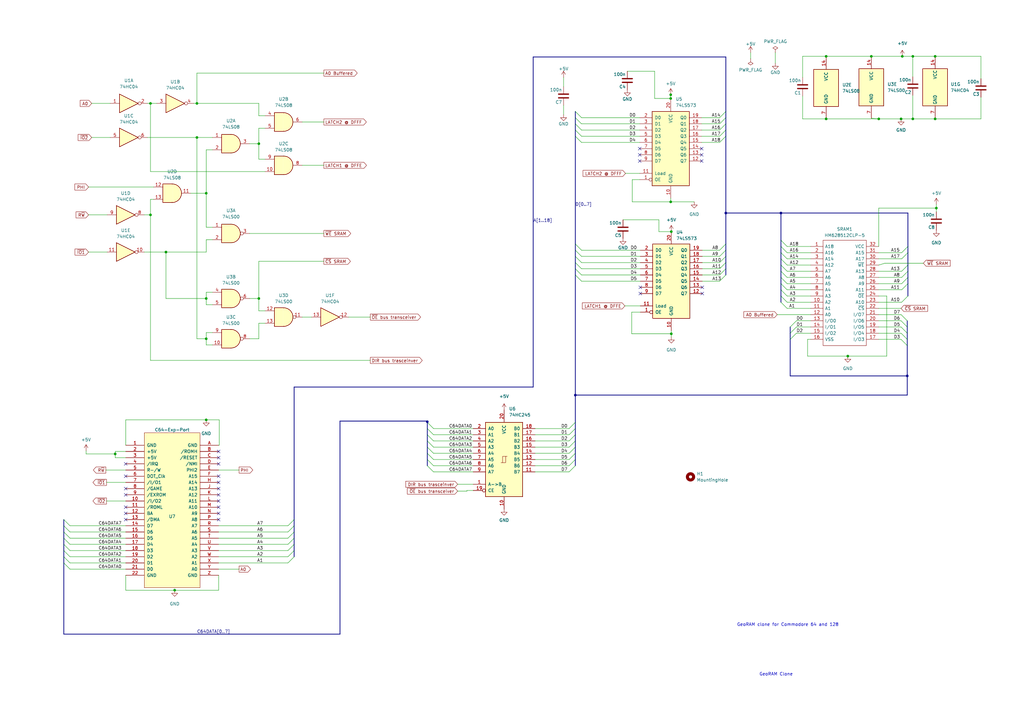
<source format=kicad_sch>
(kicad_sch (version 20211123) (generator eeschema)
  (paper "A3")
  (title_block (title "GEORAM Clone") (date "2023-01-09") (rev "0") (company "Home Computer Group"))
  (junction (at 383.54 48.768))
  (junction (at 275.082 82.804))
  (junction (at 61.722 88.138))
  (junction (at 71.628 242.062))
  (junction (at 370.078 23.114))
  (junction (at 84.582 122.428))
  (junction (at 106.172 58.928))
  (junction (at 383.54 23.114))
  (junction (at 84.582 138.938))
  (junction (at 61.722 42.418))
  (junction (at 357.378 23.114))
  (junction (at 275.082 38.862))
  (junction (at 372.11 154.178))
  (junction (at 384.048 85.344))
  (junction (at 347.726 146.05))
  (junction (at 80.772 56.388))
  (junction (at 275.336 94.996))
  (junction (at 374.396 48.768))
  (junction (at 369.57 48.768))
  (junction (at 84.582 79.248))
  (junction (at 68.072 103.378))
  (junction (at 47.244 186.182))
  (junction (at 338.836 48.768))
  (junction (at 106.172 122.428))
  (junction (at 235.966 162.052))
  (junction (at 275.336 136.906))
  (junction (at 297.688 87.376))
  (junction (at 275.082 40.386))
  (junction (at 360.426 48.768))
  (junction (at 80.772 42.418))
  (junction (at 175.26 172.974))
  (junction (at 338.836 23.114))
  (junction (at 374.396 23.114))
  (junction (at 84.582 172.212))
  (junction (at 320.294 87.376))
  (no_connect (at 51.562 202.946))
  (no_connect (at 51.562 200.406))
  (no_connect (at 51.562 195.326))
  (no_connect (at 51.562 190.246))
  (no_connect (at 89.662 187.706))
  (no_connect (at 89.662 190.246))
  (no_connect (at 89.662 185.166))
  (no_connect (at 51.562 210.566))
  (no_connect (at 51.562 213.106))
  (no_connect (at 51.562 208.026))
  (no_connect (at 262.636 120.396))
  (no_connect (at 262.636 117.856))
  (no_connect (at 262.382 60.96))
  (no_connect (at 262.382 66.04))
  (no_connect (at 262.382 63.5))
  (no_connect (at 287.782 60.96))
  (no_connect (at 287.782 63.5))
  (no_connect (at 287.782 66.04))
  (no_connect (at 288.036 117.856))
  (no_connect (at 288.036 120.396))
  (no_connect (at 89.662 213.106))
  (no_connect (at 89.662 200.406))
  (no_connect (at 89.662 197.866))
  (no_connect (at 89.662 195.326))
  (no_connect (at 89.662 202.946))
  (no_connect (at 89.662 205.486))
  (no_connect (at 89.662 208.026))
  (no_connect (at 89.662 210.566))
  (bus_entry (at 233.426 183.388) (size 2.54 -2.54))
  (bus_entry (at 233.426 185.928) (size 2.54 -2.54))
  (bus_entry (at 233.426 178.308) (size 2.54 -2.54))
  (bus_entry (at 233.426 180.848) (size 2.54 -2.54))
  (bus_entry (at 233.426 175.768) (size 2.54 -2.54))
  (bus_entry (at 233.426 191.008) (size 2.54 -2.54))
  (bus_entry (at 233.426 188.468) (size 2.54 -2.54))
  (bus_entry (at 233.426 193.548) (size 2.54 -2.54))
  (bus_entry (at 235.966 112.776) (size 2.54 2.54))
  (bus_entry (at 26.162 213.106) (size 2.54 2.54))
  (bus_entry (at 295.148 50.8) (size 2.54 -2.54))
  (bus_entry (at 295.148 53.34) (size 2.54 -2.54))
  (bus_entry (at 295.148 55.88) (size 2.54 -2.54))
  (bus_entry (at 295.148 58.42) (size 2.54 -2.54))
  (bus_entry (at 295.148 48.26) (size 2.54 -2.54))
  (bus_entry (at 369.824 123.952) (size 2.54 -2.54))
  (bus_entry (at 235.966 100.076) (size 2.54 2.54))
  (bus_entry (at 235.966 102.616) (size 2.54 2.54))
  (bus_entry (at 235.966 107.696) (size 2.54 2.54))
  (bus_entry (at 235.966 105.156) (size 2.54 2.54))
  (bus_entry (at 235.966 110.236) (size 2.54 2.54))
  (bus_entry (at 118.11 218.186) (size 2.54 -2.54))
  (bus_entry (at 118.11 215.646) (size 2.54 -2.54))
  (bus_entry (at 118.11 220.726) (size 2.54 -2.54))
  (bus_entry (at 118.11 223.266) (size 2.54 -2.54))
  (bus_entry (at 118.11 230.886) (size 2.54 -2.54))
  (bus_entry (at 118.11 228.346) (size 2.54 -2.54))
  (bus_entry (at 118.11 225.806) (size 2.54 -2.54))
  (bus_entry (at 326.644 134.112) (size -2.54 2.54))
  (bus_entry (at 26.162 220.726) (size 2.54 2.54))
  (bus_entry (at 26.162 223.266) (size 2.54 2.54))
  (bus_entry (at 26.162 225.806) (size 2.54 2.54))
  (bus_entry (at 26.162 228.346) (size 2.54 2.54))
  (bus_entry (at 26.162 215.646) (size 2.54 2.54))
  (bus_entry (at 26.162 230.886) (size 2.54 2.54))
  (bus_entry (at 26.162 218.186) (size 2.54 2.54))
  (bus_entry (at 175.26 175.768) (size 2.54 2.54))
  (bus_entry (at 175.26 178.308) (size 2.54 2.54))
  (bus_entry (at 175.26 173.228) (size 2.54 2.54))
  (bus_entry (at 369.57 129.032) (size 2.54 2.54))
  (bus_entry (at 235.966 45.72) (size 2.54 2.54))
  (bus_entry (at 235.966 48.26) (size 2.54 2.54))
  (bus_entry (at 369.57 139.192) (size 2.54 2.54))
  (bus_entry (at 369.57 136.652) (size 2.54 2.54))
  (bus_entry (at 369.57 134.112) (size 2.54 2.54))
  (bus_entry (at 369.824 118.872) (size 2.54 -2.54))
  (bus_entry (at 369.824 116.332) (size 2.54 -2.54))
  (bus_entry (at 369.824 113.792) (size 2.54 -2.54))
  (bus_entry (at 369.824 103.632) (size 2.54 -2.54))
  (bus_entry (at 369.824 106.172) (size 2.54 -2.54))
  (bus_entry (at 320.294 101.092) (size 2.54 2.54))
  (bus_entry (at 320.294 103.632) (size 2.54 2.54))
  (bus_entry (at 320.294 98.552) (size 2.54 2.54))
  (bus_entry (at 320.294 106.172) (size 2.54 2.54))
  (bus_entry (at 320.294 123.952) (size 2.54 2.54))
  (bus_entry (at 320.294 116.332) (size 2.54 2.54))
  (bus_entry (at 320.294 118.872) (size 2.54 2.54))
  (bus_entry (at 320.294 121.412) (size 2.54 2.54))
  (bus_entry (at 320.294 108.712) (size 2.54 2.54))
  (bus_entry (at 320.294 111.252) (size 2.54 2.54))
  (bus_entry (at 320.294 113.792) (size 2.54 2.54))
  (bus_entry (at 326.644 136.652) (size -2.54 2.54))
  (bus_entry (at 235.966 55.88) (size 2.54 2.54))
  (bus_entry (at 295.148 102.616) (size 2.54 -2.54))
  (bus_entry (at 295.148 105.156) (size 2.54 -2.54))
  (bus_entry (at 295.148 107.696) (size 2.54 -2.54))
  (bus_entry (at 295.148 110.236) (size 2.54 -2.54))
  (bus_entry (at 295.148 112.776) (size 2.54 -2.54))
  (bus_entry (at 295.148 115.316) (size 2.54 -2.54))
  (bus_entry (at 326.644 131.572) (size -2.54 2.54))
  (bus_entry (at 369.57 131.572) (size 2.54 2.54))
  (bus_entry (at 235.966 53.34) (size 2.54 2.54))
  (bus_entry (at 235.966 50.8) (size 2.54 2.54))
  (bus_entry (at 369.824 111.252) (size 2.54 -2.54))
  (bus_entry (at 175.26 180.848) (size 2.54 2.54))
  (bus_entry (at 175.26 183.388) (size 2.54 2.54))
  (bus_entry (at 175.26 185.928) (size 2.54 2.54))
  (bus_entry (at 175.26 188.468) (size 2.54 2.54))
  (bus_entry (at 175.26 191.008) (size 2.54 2.54))
  (wire (pts (xy 268.478 40.386) (xy 275.082 40.386)))
  (wire (pts (xy 360.426 121.412) (xy 363.728 121.412)))
  (wire (pts (xy 326.644 136.652) (xy 332.486 136.652)))
  (wire (pts (xy 28.702 233.426) (xy 51.562 233.426)))
  (wire (pts (xy 108.712 70.358) (xy 61.722 70.358)))
  (bus (pts (xy 320.294 87.376) (xy 372.364 87.376)))
  (bus (pts (xy 320.294 87.376) (xy 320.294 98.552)))
  (wire (pts (xy 89.662 218.186) (xy 118.11 218.186)))
  (bus (pts (xy 297.688 55.88) (xy 297.688 87.376)))
  (wire (pts (xy 37.592 42.418) (xy 45.212 42.418)))
  (wire (pts (xy 43.688 197.866) (xy 51.562 197.866)))
  (wire (pts (xy 84.582 138.938) (xy 84.582 141.478)))
  (wire (pts (xy 89.916 182.626) (xy 89.662 182.626)))
  (wire (pts (xy 47.244 187.706) (xy 51.562 187.706)))
  (wire (pts (xy 360.426 48.768) (xy 369.57 48.768)))
  (wire (pts (xy 347.726 146.05) (xy 331.216 146.05)))
  (wire (pts (xy 384.048 85.344) (xy 360.426 85.344)))
  (wire (pts (xy 28.702 223.266) (xy 51.562 223.266)))
  (bus (pts (xy 120.65 228.346) (xy 120.65 225.806)))
  (wire (pts (xy 51.562 242.062) (xy 71.628 242.062)))
  (wire (pts (xy 374.396 39.116) (xy 374.396 48.768)))
  (wire (pts (xy 338.836 48.768) (xy 360.426 48.768)))
  (wire (pts (xy 47.244 185.166) (xy 47.244 186.182)))
  (wire (pts (xy 89.662 233.426) (xy 98.044 233.426)))
  (bus (pts (xy 175.26 172.974) (xy 175.26 172.72)))
  (wire (pts (xy 363.728 146.05) (xy 347.726 146.05)))
  (wire (pts (xy 329.184 23.114) (xy 329.184 31.75)))
  (bus (pts (xy 175.26 172.72) (xy 139.446 172.72)))
  (wire (pts (xy 238.506 115.316) (xy 262.636 115.316)))
  (bus (pts (xy 297.688 48.26) (xy 297.688 50.8)))
  (wire (pts (xy 219.456 180.848) (xy 233.426 180.848)))
  (wire (pts (xy 370.078 23.114) (xy 374.396 23.114)))
  (wire (pts (xy 322.834 106.172) (xy 332.486 106.172)))
  (wire (pts (xy 71.628 242.062) (xy 89.662 242.062)))
  (bus (pts (xy 320.294 121.412) (xy 320.294 123.952)))
  (bus (pts (xy 235.966 107.696) (xy 235.966 110.236)))
  (wire (pts (xy 35.306 184.912) (xy 35.306 186.182)))
  (bus (pts (xy 175.26 180.848) (xy 175.26 178.308)))
  (wire (pts (xy 275.336 94.742) (xy 275.336 94.996)))
  (bus (pts (xy 297.688 50.8) (xy 297.688 53.34)))
  (wire (pts (xy 51.562 182.626) (xy 51.562 172.212)))
  (wire (pts (xy 238.506 105.156) (xy 262.636 105.156)))
  (wire (pts (xy 36.322 76.708) (xy 62.992 76.708)))
  (wire (pts (xy 322.834 123.952) (xy 332.486 123.952)))
  (wire (pts (xy 106.172 138.938) (xy 102.362 138.938)))
  (wire (pts (xy 177.8 178.308) (xy 194.056 178.308)))
  (bus (pts (xy 26.162 213.106) (xy 26.162 215.646)))
  (bus (pts (xy 235.966 183.388) (xy 235.966 185.928)))
  (bus (pts (xy 235.966 45.72) (xy 235.966 48.26)))
  (wire (pts (xy 238.506 112.776) (xy 262.636 112.776)))
  (bus (pts (xy 320.294 106.172) (xy 320.294 108.712)))
  (wire (pts (xy 177.8 193.548) (xy 194.056 193.548)))
  (wire (pts (xy 61.722 70.358) (xy 61.722 42.418)))
  (wire (pts (xy 102.362 58.928) (xy 106.172 58.928)))
  (bus (pts (xy 372.11 136.652) (xy 372.11 139.192)))
  (wire (pts (xy 106.172 58.928) (xy 106.172 65.278)))
  (bus (pts (xy 235.966 100.076) (xy 235.966 102.616)))
  (wire (pts (xy 89.662 223.266) (xy 118.11 223.266)))
  (bus (pts (xy 175.26 173.228) (xy 175.26 172.974)))
  (bus (pts (xy 320.294 98.552) (xy 320.294 101.092)))
  (wire (pts (xy 360.426 134.112) (xy 369.57 134.112)))
  (bus (pts (xy 175.26 188.468) (xy 175.26 185.928)))
  (bus (pts (xy 320.294 103.632) (xy 320.294 106.172)))
  (wire (pts (xy 275.082 81.28) (xy 275.082 82.804)))
  (bus (pts (xy 297.688 53.34) (xy 297.688 55.88)))
  (wire (pts (xy 28.702 228.346) (xy 51.562 228.346)))
  (bus (pts (xy 120.65 218.186) (xy 120.65 215.646)))
  (bus (pts (xy 26.162 220.726) (xy 26.162 223.266)))
  (wire (pts (xy 360.426 113.792) (xy 369.824 113.792)))
  (wire (pts (xy 187.706 198.628) (xy 194.056 198.628)))
  (wire (pts (xy 231.14 43.18) (xy 231.14 46.99)))
  (bus (pts (xy 372.364 116.332) (xy 372.364 113.792)))
  (wire (pts (xy 374.396 23.114) (xy 383.54 23.114)))
  (bus (pts (xy 139.446 260.096) (xy 26.162 260.096)))
  (wire (pts (xy 259.08 128.016) (xy 259.08 136.906)))
  (wire (pts (xy 36.322 88.138) (xy 43.942 88.138)))
  (wire (pts (xy 322.834 108.712) (xy 332.486 108.712)))
  (bus (pts (xy 26.162 225.806) (xy 26.162 228.346)))
  (wire (pts (xy 238.506 50.8) (xy 262.382 50.8)))
  (wire (pts (xy 231.14 31.75) (xy 231.14 35.56)))
  (wire (pts (xy 219.456 178.308) (xy 233.426 178.308)))
  (wire (pts (xy 275.082 82.804) (xy 284.734 82.804)))
  (bus (pts (xy 235.966 50.8) (xy 235.966 53.34)))
  (wire (pts (xy 123.952 67.818) (xy 132.842 67.818)))
  (wire (pts (xy 374.396 48.768) (xy 383.54 48.768)))
  (bus (pts (xy 26.162 215.646) (xy 26.162 218.186)))
  (wire (pts (xy 287.782 53.34) (xy 295.148 53.34)))
  (wire (pts (xy 187.706 201.422) (xy 191.516 201.422)))
  (wire (pts (xy 84.582 119.888) (xy 84.582 122.428)))
  (wire (pts (xy 177.8 188.468) (xy 194.056 188.468)))
  (wire (pts (xy 322.834 111.252) (xy 332.486 111.252)))
  (wire (pts (xy 238.506 58.42) (xy 262.382 58.42)))
  (bus (pts (xy 235.966 173.228) (xy 235.966 175.768)))
  (wire (pts (xy 288.036 102.616) (xy 295.148 102.616)))
  (wire (pts (xy 28.702 215.646) (xy 51.562 215.646)))
  (wire (pts (xy 238.506 107.696) (xy 262.636 107.696)))
  (wire (pts (xy 288.036 110.236) (xy 295.148 110.236)))
  (wire (pts (xy 68.072 103.378) (xy 84.582 103.378)))
  (bus (pts (xy 235.966 48.26) (xy 235.966 50.8)))
  (wire (pts (xy 60.452 56.388) (xy 80.772 56.388)))
  (wire (pts (xy 270.256 90.17) (xy 270.256 94.996)))
  (wire (pts (xy 256.286 125.476) (xy 262.636 125.476)))
  (wire (pts (xy 219.456 193.548) (xy 233.426 193.548)))
  (wire (pts (xy 80.772 138.938) (xy 84.582 138.938)))
  (wire (pts (xy 322.834 118.872) (xy 332.486 118.872)))
  (wire (pts (xy 307.848 21.59) (xy 307.848 24.13)))
  (wire (pts (xy 89.662 220.726) (xy 118.11 220.726)))
  (wire (pts (xy 360.426 131.572) (xy 369.57 131.572)))
  (wire (pts (xy 219.456 185.928) (xy 233.426 185.928)))
  (wire (pts (xy 329.184 39.37) (xy 329.184 48.768)))
  (wire (pts (xy 259.334 82.804) (xy 275.082 82.804)))
  (wire (pts (xy 62.992 81.788) (xy 61.722 81.788)))
  (wire (pts (xy 338.836 23.114) (xy 338.836 23.368)))
  (wire (pts (xy 177.8 185.928) (xy 194.056 185.928)))
  (wire (pts (xy 257.302 29.21) (xy 268.478 29.21)))
  (bus (pts (xy 297.688 105.156) (xy 297.688 107.696)))
  (bus (pts (xy 320.294 116.332) (xy 320.294 118.872)))
  (wire (pts (xy 87.122 61.468) (xy 84.582 61.468)))
  (bus (pts (xy 372.364 103.632) (xy 372.364 101.092)))
  (wire (pts (xy 68.072 122.428) (xy 84.582 122.428)))
  (wire (pts (xy 123.952 130.048) (xy 127.762 130.048)))
  (bus (pts (xy 372.364 111.252) (xy 372.364 108.712)))
  (wire (pts (xy 80.772 56.388) (xy 80.772 138.938)))
  (bus (pts (xy 297.688 23.368) (xy 297.688 45.72)))
  (wire (pts (xy 191.516 201.422) (xy 191.516 201.168)))
  (wire (pts (xy 287.782 58.42) (xy 295.148 58.42)))
  (wire (pts (xy 287.782 48.26) (xy 295.148 48.26)))
  (wire (pts (xy 28.702 225.806) (xy 51.562 225.806)))
  (bus (pts (xy 235.966 102.616) (xy 235.966 105.156)))
  (bus (pts (xy 372.11 134.112) (xy 372.11 136.652)))
  (wire (pts (xy 89.662 230.886) (xy 118.11 230.886)))
  (wire (pts (xy 238.506 48.26) (xy 262.382 48.26)))
  (bus (pts (xy 297.688 107.696) (xy 297.688 110.236)))
  (wire (pts (xy 123.952 50.038) (xy 132.842 50.038)))
  (wire (pts (xy 360.426 123.952) (xy 369.824 123.952)))
  (wire (pts (xy 322.834 113.792) (xy 332.486 113.792)))
  (wire (pts (xy 60.452 42.418) (xy 61.722 42.418)))
  (wire (pts (xy 274.828 38.862) (xy 275.082 38.862)))
  (wire (pts (xy 43.434 192.786) (xy 51.562 192.786)))
  (bus (pts (xy 175.26 183.388) (xy 175.26 180.848)))
  (bus (pts (xy 372.364 121.412) (xy 372.364 116.332)))
  (wire (pts (xy 108.712 52.578) (xy 106.172 52.578)))
  (wire (pts (xy 326.644 134.112) (xy 332.486 134.112)))
  (bus (pts (xy 235.966 53.34) (xy 235.966 55.88)))
  (wire (pts (xy 360.426 129.032) (xy 369.57 129.032)))
  (wire (pts (xy 360.426 139.192) (xy 369.57 139.192)))
  (bus (pts (xy 324.104 154.178) (xy 372.11 154.178)))
  (wire (pts (xy 61.722 81.788) (xy 61.722 88.138)))
  (wire (pts (xy 384.048 83.82) (xy 384.048 85.344)))
  (bus (pts (xy 372.11 162.052) (xy 235.966 162.052)))
  (bus (pts (xy 235.966 188.468) (xy 235.966 191.008)))
  (wire (pts (xy 80.772 56.388) (xy 87.122 56.388)))
  (wire (pts (xy 357.378 48.514) (xy 360.426 48.768)))
  (bus (pts (xy 320.294 111.252) (xy 320.294 113.792)))
  (bus (pts (xy 372.364 108.712) (xy 372.364 103.632)))
  (wire (pts (xy 360.426 85.344) (xy 360.426 101.092)))
  (bus (pts (xy 372.11 131.572) (xy 372.11 134.112)))
  (wire (pts (xy 106.172 65.278) (xy 108.712 65.278)))
  (wire (pts (xy 275.336 135.636) (xy 275.336 136.906)))
  (wire (pts (xy 177.8 191.008) (xy 194.056 191.008)))
  (wire (pts (xy 80.772 29.972) (xy 80.772 42.418)))
  (wire (pts (xy 84.582 141.478) (xy 87.122 141.478)))
  (wire (pts (xy 287.782 55.88) (xy 295.148 55.88)))
  (wire (pts (xy 28.702 230.886) (xy 51.562 230.886)))
  (wire (pts (xy 331.216 146.05) (xy 331.216 139.192)))
  (wire (pts (xy 362.966 107.95) (xy 360.426 108.712)))
  (wire (pts (xy 106.172 42.418) (xy 80.772 42.418)))
  (wire (pts (xy 360.426 111.252) (xy 369.824 111.252)))
  (bus (pts (xy 297.688 45.72) (xy 297.688 48.26)))
  (wire (pts (xy 360.426 136.652) (xy 369.57 136.652)))
  (wire (pts (xy 61.722 88.138) (xy 61.722 147.828)))
  (wire (pts (xy 84.582 93.218) (xy 84.582 79.248)))
  (wire (pts (xy 383.54 48.768) (xy 383.54 48.514)))
  (bus (pts (xy 297.688 110.236) (xy 297.688 112.776)))
  (wire (pts (xy 362.966 107.95) (xy 378.714 107.95)))
  (bus (pts (xy 372.11 141.732) (xy 372.11 154.178)))
  (bus (pts (xy 235.966 112.776) (xy 235.966 162.052)))
  (wire (pts (xy 106.172 122.428) (xy 106.172 127.508)))
  (wire (pts (xy 360.426 118.872) (xy 369.824 118.872)))
  (wire (pts (xy 61.722 42.418) (xy 64.262 42.418)))
  (wire (pts (xy 318.77 129.032) (xy 332.486 129.032)))
  (wire (pts (xy 357.378 23.114) (xy 370.078 23.114)))
  (wire (pts (xy 87.122 136.398) (xy 84.582 136.398)))
  (wire (pts (xy 89.662 225.806) (xy 118.11 225.806)))
  (bus (pts (xy 320.294 108.712) (xy 320.294 111.252)))
  (bus (pts (xy 218.694 23.368) (xy 297.688 23.368)))
  (wire (pts (xy 402.336 23.114) (xy 383.54 23.114)))
  (bus (pts (xy 120.65 158.75) (xy 218.694 158.75)))
  (wire (pts (xy 84.582 172.212) (xy 89.916 172.212)))
  (wire (pts (xy 268.478 29.21) (xy 268.478 40.386)))
  (wire (pts (xy 132.842 29.972) (xy 80.772 29.972)))
  (bus (pts (xy 297.688 100.076) (xy 297.688 102.616)))
  (wire (pts (xy 256.54 71.12) (xy 262.382 71.12)))
  (wire (pts (xy 275.082 40.386) (xy 275.082 40.64)))
  (bus (pts (xy 297.688 87.376) (xy 297.688 100.076)))
  (wire (pts (xy 322.834 126.492) (xy 332.486 126.492)))
  (bus (pts (xy 120.65 215.646) (xy 120.65 213.106)))
  (wire (pts (xy 262.382 73.66) (xy 259.334 73.66)))
  (wire (pts (xy 262.636 128.016) (xy 259.08 128.016)))
  (wire (pts (xy 102.362 122.428) (xy 106.172 122.428)))
  (wire (pts (xy 108.712 132.588) (xy 106.172 132.588)))
  (bus (pts (xy 372.11 139.192) (xy 372.11 141.732)))
  (bus (pts (xy 235.966 180.848) (xy 235.966 183.388)))
  (wire (pts (xy 143.002 130.048) (xy 151.892 130.048)))
  (bus (pts (xy 26.162 223.266) (xy 26.162 225.806)))
  (wire (pts (xy 275.336 136.906) (xy 275.336 138.176)))
  (wire (pts (xy 402.336 48.768) (xy 402.336 39.878)))
  (bus (pts (xy 320.294 113.792) (xy 320.294 116.332)))
  (bus (pts (xy 218.694 158.75) (xy 218.694 23.368)))
  (wire (pts (xy 360.426 116.332) (xy 369.824 116.332)))
  (wire (pts (xy 255.524 90.17) (xy 270.256 90.17)))
  (bus (pts (xy 235.966 178.308) (xy 235.966 180.848)))
  (wire (pts (xy 84.582 122.428) (xy 84.582 124.968)))
  (wire (pts (xy 177.8 183.388) (xy 194.056 183.388)))
  (bus (pts (xy 235.966 55.88) (xy 235.966 100.076)))
  (wire (pts (xy 259.08 136.906) (xy 275.336 136.906)))
  (wire (pts (xy 219.456 191.008) (xy 233.426 191.008)))
  (wire (pts (xy 191.516 201.168) (xy 194.056 201.168)))
  (wire (pts (xy 259.334 73.66) (xy 259.334 82.804)))
  (wire (pts (xy 238.506 110.236) (xy 262.636 110.236)))
  (wire (pts (xy 270.256 94.996) (xy 275.336 94.996)))
  (wire (pts (xy 106.172 132.588) (xy 106.172 138.938)))
  (wire (pts (xy 322.834 116.332) (xy 332.486 116.332)))
  (wire (pts (xy 108.712 47.498) (xy 106.172 47.498)))
  (bus (pts (xy 235.966 105.156) (xy 235.966 107.696)))
  (wire (pts (xy 369.57 48.768) (xy 374.396 48.768)))
  (wire (pts (xy 87.122 93.218) (xy 84.582 93.218)))
  (bus (pts (xy 139.446 172.72) (xy 139.446 260.096)))
  (wire (pts (xy 51.562 235.966) (xy 51.562 242.062)))
  (wire (pts (xy 383.54 48.768) (xy 402.336 48.768)))
  (wire (pts (xy 84.582 103.378) (xy 84.582 98.298)))
  (wire (pts (xy 84.582 136.398) (xy 84.582 138.938)))
  (bus (pts (xy 372.364 113.792) (xy 372.364 111.252)))
  (wire (pts (xy 43.688 205.486) (xy 51.562 205.486)))
  (bus (pts (xy 235.966 110.236) (xy 235.966 112.776)))
  (wire (pts (xy 106.172 127.508) (xy 108.712 127.508)))
  (bus (pts (xy 175.26 188.468) (xy 175.26 191.008)))
  (wire (pts (xy 329.184 23.114) (xy 338.836 23.114)))
  (bus (pts (xy 120.65 225.806) (xy 120.65 223.266)))
  (wire (pts (xy 106.172 47.498) (xy 106.172 42.418)))
  (bus (pts (xy 297.688 102.616) (xy 297.688 105.156)))
  (wire (pts (xy 360.426 103.632) (xy 369.824 103.632)))
  (wire (pts (xy 89.662 192.786) (xy 98.044 192.786)))
  (wire (pts (xy 363.728 121.412) (xy 363.728 146.05)))
  (wire (pts (xy 384.048 85.344) (xy 384.048 86.868)))
  (wire (pts (xy 102.362 95.758) (xy 132.842 95.758)))
  (bus (pts (xy 297.688 87.376) (xy 320.294 87.376)))
  (wire (pts (xy 61.722 88.138) (xy 59.182 88.138)))
  (bus (pts (xy 26.162 228.346) (xy 26.162 230.886)))
  (wire (pts (xy 47.244 186.182) (xy 47.244 187.706)))
  (wire (pts (xy 89.662 228.346) (xy 118.11 228.346)))
  (wire (pts (xy 84.582 98.298) (xy 87.122 98.298)))
  (bus (pts (xy 324.104 139.192) (xy 324.104 154.178)))
  (wire (pts (xy 51.562 172.212) (xy 84.582 172.212)))
  (bus (pts (xy 235.966 162.052) (xy 235.966 173.228)))
  (wire (pts (xy 322.834 121.412) (xy 332.486 121.412)))
  (wire (pts (xy 402.336 32.258) (xy 402.336 23.114)))
  (wire (pts (xy 28.702 220.726) (xy 51.562 220.726)))
  (bus (pts (xy 324.104 134.112) (xy 324.104 136.652)))
  (wire (pts (xy 238.506 55.88) (xy 262.382 55.88)))
  (bus (pts (xy 26.162 230.886) (xy 26.162 260.096)))
  (wire (pts (xy 89.916 172.212) (xy 89.916 182.626)))
  (bus (pts (xy 120.65 158.75) (xy 120.65 213.106)))
  (wire (pts (xy 360.426 126.492) (xy 369.57 126.492)))
  (wire (pts (xy 51.562 185.166) (xy 47.244 185.166)))
  (wire (pts (xy 61.722 147.828) (xy 151.892 147.828)))
  (wire (pts (xy 275.082 38.862) (xy 275.082 40.386)))
  (wire (pts (xy 68.072 122.428) (xy 68.072 103.378)))
  (wire (pts (xy 322.834 103.632) (xy 332.486 103.632)))
  (bus (pts (xy 324.104 136.652) (xy 324.104 139.192)))
  (wire (pts (xy 106.172 122.428) (xy 106.172 107.188)))
  (wire (pts (xy 28.702 218.186) (xy 51.562 218.186)))
  (wire (pts (xy 177.8 175.768) (xy 194.056 175.768)))
  (wire (pts (xy 322.834 101.092) (xy 332.486 101.092)))
  (bus (pts (xy 175.26 185.928) (xy 175.26 183.388)))
  (wire (pts (xy 84.582 124.968) (xy 87.122 124.968)))
  (wire (pts (xy 80.772 42.418) (xy 79.502 42.418)))
  (wire (pts (xy 177.8 180.848) (xy 194.056 180.848)))
  (wire (pts (xy 219.456 183.388) (xy 233.426 183.388)))
  (bus (pts (xy 320.294 101.092) (xy 320.294 103.632)))
  (wire (pts (xy 219.456 175.768) (xy 233.426 175.768)))
  (bus (pts (xy 235.966 175.768) (xy 235.966 178.308)))
  (bus (pts (xy 235.966 185.928) (xy 235.966 188.468)))
  (wire (pts (xy 238.506 53.34) (xy 262.382 53.34)))
  (bus (pts (xy 120.65 220.726) (xy 120.65 218.186)))
  (bus (pts (xy 175.26 178.308) (xy 175.26 175.768)))
  (wire (pts (xy 84.582 79.248) (xy 78.232 79.248)))
  (wire (pts (xy 219.456 188.468) (xy 233.426 188.468)))
  (wire (pts (xy 329.184 48.768) (xy 338.836 48.768)))
  (wire (pts (xy 332.486 139.192) (xy 331.216 139.192)))
  (wire (pts (xy 106.172 107.188) (xy 132.842 107.188)))
  (wire (pts (xy 288.036 115.316) (xy 295.148 115.316)))
  (wire (pts (xy 106.172 52.578) (xy 106.172 58.928)))
  (wire (pts (xy 338.836 23.114) (xy 357.378 23.114)))
  (wire (pts (xy 238.506 102.616) (xy 262.636 102.616)))
  (wire (pts (xy 59.182 103.378) (xy 68.072 103.378)))
  (wire (pts (xy 360.426 106.172) (xy 369.824 106.172)))
  (wire (pts (xy 318.008 21.59) (xy 318.008 25.908)))
  (wire (pts (xy 89.662 242.062) (xy 89.662 235.966)))
  (wire (pts (xy 37.592 56.388) (xy 45.212 56.388)))
  (bus (pts (xy 372.364 101.092) (xy 372.364 87.376)))
  (wire (pts (xy 374.396 23.114) (xy 374.396 31.496)))
  (wire (pts (xy 288.036 105.156) (xy 295.148 105.156)))
  (bus (pts (xy 26.162 218.186) (xy 26.162 220.726)))
  (wire (pts (xy 288.036 107.696) (xy 295.148 107.696)))
  (wire (pts (xy 36.322 103.378) (xy 43.942 103.378)))
  (wire (pts (xy 87.122 119.888) (xy 84.582 119.888)))
  (bus (pts (xy 175.26 175.768) (xy 175.26 173.228)))
  (wire (pts (xy 35.306 186.182) (xy 47.244 186.182)))
  (bus (pts (xy 372.11 154.178) (xy 372.11 162.052)))
  (bus (pts (xy 120.65 223.266) (xy 120.65 220.726)))
  (wire (pts (xy 89.662 215.646) (xy 118.11 215.646)))
  (bus (pts (xy 320.294 118.872) (xy 320.294 121.412)))
  (wire (pts (xy 84.582 61.468) (xy 84.582 79.248)))
  (wire (pts (xy 287.782 50.8) (xy 295.148 50.8)))
  (wire (pts (xy 288.036 112.776) (xy 295.148 112.776)))
  (wire (pts (xy 326.644 131.572) (xy 332.486 131.572)))
  (text "GeoRAM clone for Commodore 64 and 128" (at 302.26 257.048 0) (effects (font (size 1.27 1.27)) (justify left bottom)))
  (text "GeoRAM Clone" (at 311.404 277.368 0) (effects (font (size 1.27 1.27)) (justify left bottom)))
  (label "D7" (at 230.124 193.548 0))
  (label "A11" (at 369.062 118.872 180))
  (label "D6" (at 366.522 131.572 0))
  (label "A10" (at 292.1 107.696 0))
  (label "C64DATA5" (at 40.386 220.726 0))
  (label "A16" (at 323.85 103.632 0))
  (label "A8" (at 292.1 102.616 0))
  (label "C64DATA7" (at 184.15 193.548 0))
  (label "C64DATA1" (at 184.15 178.308 0))
  (label "D5" (at 366.522 134.112 0))
  (label "C64DATA1" (at 40.386 230.886 0))
  (label "A2" (at 105.41 228.346 0))
  (label "D0" (at 258.572 102.616 0))
  (label "A6" (at 323.85 113.792 0))
  (label "D5" (at 258.572 115.316 0))
  (label "D2" (at 258.572 107.696 0))
  (label "D3" (at 366.522 139.192 0))
  (label "A[1..18]" (at 218.694 91.44 0))
  (label "A1" (at 323.596 126.492 0))
  (label "D6" (at 230.124 191.008 0))
  (label "C64DATA2" (at 40.386 228.346 0))
  (label "D5" (at 230.124 188.468 0))
  (label "D2" (at 326.644 136.652 0))
  (label "A14" (at 323.85 106.172 0))
  (label "A3" (at 323.85 121.412 0))
  (label "A9" (at 369.062 116.332 180))
  (label "A7" (at 105.41 215.646 0))
  (label "A14" (at 291.846 48.26 0))
  (label "A13" (at 369.062 111.252 180))
  (label "D4" (at 230.124 185.928 0))
  (label "A9" (at 292.1 105.156 0))
  (label "A16" (at 291.846 53.34 0))
  (label "A5" (at 323.85 116.332 0))
  (label "C64DATA0" (at 184.15 175.768 0))
  (label "C64DATA3" (at 184.15 183.388 0))
  (label "D7" (at 366.522 129.032 0))
  (label "A15" (at 369.062 103.632 180))
  (label "D1" (at 258.064 50.8 0))
  (label "D0" (at 326.644 131.572 0))
  (label "D3" (at 258.064 55.88 0))
  (label "A10" (at 369.062 123.952 180))
  (label "A18" (at 291.846 58.42 0))
  (label "D3" (at 230.124 183.388 0))
  (label "C64DATA7" (at 40.386 215.646 0))
  (label "A6" (at 105.41 218.186 0))
  (label "A15" (at 291.846 50.8 0))
  (label "D0" (at 230.124 175.768 0))
  (label "D3" (at 258.572 110.236 0))
  (label "A4" (at 323.85 118.872 0))
  (label "D[0..7]" (at 235.966 84.836 0))
  (label "A7" (at 323.85 111.252 0))
  (label "A3" (at 105.41 225.806 0))
  (label "C64DATA3" (at 40.386 225.806 0))
  (label "D4" (at 258.572 112.776 0))
  (label "D2" (at 258.064 53.34 0))
  (label "D0" (at 258.064 48.26 0))
  (label "A11" (at 292.1 110.236 0))
  (label "A2" (at 323.85 123.952 0))
  (label "A17" (at 291.846 55.88 0))
  (label "D1" (at 326.644 134.112 0))
  (label "A17" (at 369.062 106.172 180))
  (label "A5" (at 105.41 220.726 0))
  (label "C64DATA4" (at 184.15 185.928 0))
  (label "C64DATA5" (at 184.15 188.468 0))
  (label "A18" (at 323.85 101.092 0))
  (label "A12" (at 323.85 108.712 0))
  (label "D4" (at 258.064 58.42 0))
  (label "C64DATA6" (at 184.15 191.008 0))
  (label "C64DATA4" (at 40.386 223.266 0))
  (label "A8" (at 369.062 113.792 180))
  (label "C64DATA0" (at 40.386 233.426 0))
  (label "A4" (at 105.41 223.266 0))
  (label "D2" (at 230.124 180.848 0))
  (label "C64DATA6" (at 40.386 218.186 0))
  (label "D1" (at 258.572 105.156 0))
  (label "A1" (at 105.41 230.886 0))
  (label "A12" (at 292.1 112.776 0))
  (label "C64DATA[0..7]" (at 80.772 260.096 0))
  (label "D4" (at 366.522 136.652 0))
  (label "C64DATA2" (at 184.15 180.848 0))
  (label "A13" (at 292.1 115.316 0))
  (label "D1" (at 230.124 178.308 0))
  (global_label "PHI" (shape input) (at 36.322 76.708 180) (property "Intersheet References" "${INTERSHEET_REFS}" (effects hide)))
  (global_label "LATCH2 @ DFFF" (shape input) (at 256.54 71.12 180) (property "Intersheet References" "${INTERSHEET_REFS}" (effects hide)))
  (global_label "LATCH1 @ DFFE" (shape output) (at 132.842 67.818 0) (property "Intersheet References" "${INTERSHEET_REFS}" (effects hide)))
  (global_label "A0" (shape output) (at 98.044 233.426 0) (property "Intersheet References" "${INTERSHEET_REFS}" (effects hide)))
  (global_label "~{IO2}" (shape input) (at 37.592 56.388 180) (property "Intersheet References" "${INTERSHEET_REFS}" (effects hide)))
  (global_label "A0" (shape input) (at 37.592 42.418 180) (property "Intersheet References" "${INTERSHEET_REFS}" (effects hide)))
  (global_label "~{WE} SRAM" (shape output) (at 132.842 95.758 0) (property "Intersheet References" "${INTERSHEET_REFS}" (effects hide)))
  (global_label "A0 Buffered" (shape output) (at 132.842 29.972 0) (property "Intersheet References" "${INTERSHEET_REFS}" (effects hide)))
  (global_label "~{IO1}" (shape input) (at 36.322 103.378 180) (property "Intersheet References" "${INTERSHEET_REFS}" (effects hide)))
  (global_label "R~{W}" (shape output) (at 43.434 192.786 180) (property "Intersheet References" "${INTERSHEET_REFS}" (effects hide)))
  (global_label "~{CS} SRAM" (shape input) (at 369.57 126.492 0) (property "Intersheet References" "${INTERSHEET_REFS}" (effects hide)))
  (global_label "R~{W}" (shape input) (at 36.322 88.138 180) (property "Intersheet References" "${INTERSHEET_REFS}" (effects hide)))
  (global_label "LATCH1 @ DFFE" (shape input) (at 256.286 125.476 180) (property "Intersheet References" "${INTERSHEET_REFS}" (effects hide)))
  (global_label "~{OE} bus transceiver" (shape output) (at 151.892 130.048 0) (property "Intersheet References" "${INTERSHEET_REFS}" (effects hide)))
  (global_label "LATCH2 @ DFFF" (shape output) (at 132.842 50.038 0) (property "Intersheet References" "${INTERSHEET_REFS}" (effects hide)))
  (global_label "A0 Buffered" (shape input) (at 318.77 129.032 180) (property "Intersheet References" "${INTERSHEET_REFS}" (effects hide)))
  (global_label "~{OE} bus transceiver" (shape input) (at 187.706 201.422 180) (property "Intersheet References" "${INTERSHEET_REFS}" (effects hide)))
  (global_label "PHI" (shape output) (at 98.044 192.786 0) (property "Intersheet References" "${INTERSHEET_REFS}" (effects hide)))
  (global_label "DIR bus trasceinver" (shape output) (at 151.892 147.828 0) (property "Intersheet References" "${INTERSHEET_REFS}" (effects hide)))
  (global_label "~{WE} SRAM" (shape input) (at 378.714 107.95 0) (property "Intersheet References" "${INTERSHEET_REFS}" (effects hide)))
  (global_label "~{IO1}" (shape output) (at 43.688 197.866 180) (property "Intersheet References" "${INTERSHEET_REFS}" (effects hide)))
  (global_label "DIR bus trasceinver" (shape input) (at 187.706 198.628 180) (property "Intersheet References" "${INTERSHEET_REFS}" (effects hide)))
  (global_label "~{CS} SRAM" (shape output) (at 132.842 107.188 0) (property "Intersheet References" "${INTERSHEET_REFS}" (effects hide)))
  (global_label "~{IO2}" (shape output) (at 43.688 205.486 180) (property "Intersheet References" "${INTERSHEET_REFS}" (effects hide)))
  (symbol (lib_id "OpenC64Cart-rescue:C") (at 231.14 39.37 180) (unit 1)
    (property "Reference" "C7" (at 230.505 41.91 0) (effects (justify left)))
    (property "Value" "100n" (at 230.505 36.83 0) (effects (justify left)))
    (property "Footprint" "Capacitor_THT:C_Disc_D3.0mm_W1.6mm_P2.50mm" (effects hide))
  )
  (symbol (lib_id "OpenC64Cart-rescue:GND") (at 231.14 46.99 0) (unit 1)
    (property "Reference" "#PWR01" (effects hide))
    (property "Value" "GND" (at 231.14 50.8 0))
  )
  (symbol (lib_id "OpenC64Cart-rescue:+5V") (at 231.14 31.75 0) (unit 1)
    (property "Reference" "#PWR02" (effects hide))
    (property "Value" "+5V" (at 231.14 28.194 0))
  )
  (symbol (lib_id "OpenC64Cart-rescue:+5V") (at 307.848 21.59 0) (unit 1)
    (property "Reference" "#PWR03" (effects hide))
    (property "Value" "+5V" (at 307.848 18.034 0))
  )
  (symbol (lib_id "OpenC64Cart-rescue:GND") (at 318.008 25.908 0) (unit 1)
    (property "Reference" "#PWR04" (effects hide))
    (property "Value" "GND" (at 318.008 29.718 0))
  )
  (symbol (lib_id "OpenC64Cart-rescue:PWR_FLAG") (at 318.008 21.59 0) (unit 1)
    (property "Reference" "#FLG05" (effects hide))
    (property "Value" "PWR_FLAG" (at 318.008 17.018 0))
  )
  (symbol (lib_id "OpenC64Cart-rescue:PWR_FLAG") (at 307.848 24.13 180) (unit 1)
    (property "Reference" "#FLG06" (effects hide))
    (property "Value" "PWR_FLAG" (at 307.848 28.702 0))
  )
  (symbol (lib_id "74xx:74LS573") (at 275.082 60.96 0) (unit 1) (in_bom no)
    (property "Reference" "U5" (at 277.1014 40.64 0) (effects (justify left)))
    (property "Value" "74LS573" (at 277.1014 43.18 0) (effects (justify left)))
    (property "Footprint" "Package_DIP:DIP-20_W7.62mm" (effects hide))
    (property "Datasheet" "74xx/74hc573.pdf" (effects hide))
  )
  (symbol (lib_id "OpenC64Cart-rescue:+5V") (at 370.078 23.114 0) (unit 1)
    (property "Reference" "#PWR0112" (effects hide))
    (property "Value" "+5V" (at 370.078 17.78 0))
  )
  (symbol (lib_id "74xx:74HC04") (at 135.382 130.048 0) (unit 6)
    (property "Reference" "U1" (at 135.382 121.158 0))
    (property "Value" "74HC04" (at 135.382 123.698 0))
    (property "Footprint" "Package_DIP:DIP-14_W7.62mm" (effects hide))
    (property "Datasheet" "https://assets.nexperia.com/documents/data-sheet/74HC_HCT04.pdf" (effects hide))
  )
  (symbol (lib_id "74xx:74LS00") (at 94.742 122.428 0) (unit 2)
    (property "Reference" "U3" (at 94.742 113.538 0))
    (property "Value" "74LS00" (at 94.742 116.078 0))
    (property "Footprint" "Package_DIP:DIP-14_W7.62mm" (effects hide))
    (property "Datasheet" "http://www.ti.com/lit/gpn/sn74ls00" (effects hide))
  )
  (symbol (lib_id "OpenC64Cart-rescue:GND") (at 84.582 172.212 0) (unit 1)
    (property "Reference" "#PWR0107" (effects hide))
    (property "Value" "GND" (at 84.582 177.8 0))
  )
  (symbol (lib_id "OpenC64Cart-rescue:GND") (at 275.336 138.176 0) (unit 1)
    (property "Reference" "#PWR0106" (effects hide))
    (property "Value" "GND" (at 275.336 143.51 0))
  )
  (symbol (lib_id "74xx:74HC04") (at 383.54 35.814 0) (unit 7)
    (property "Reference" "U1" (at 389.89 34.5439 0) (effects (justify left)))
    (property "Value" "74HC04" (at 389.89 37.0839 0) (effects (justify left)))
    (property "Footprint" "Package_DIP:DIP-14_W7.62mm" (effects hide))
    (property "Datasheet" "https://assets.nexperia.com/documents/data-sheet/74HC_HCT04.pdf" (effects hide))
  )
  (symbol (lib_id "OpenC64Cart-rescue:C") (at 402.336 36.068 180) (unit 1)
    (property "Reference" "C3" (at 401.701 38.608 0) (effects (justify left)))
    (property "Value" "100n" (at 401.701 33.528 0) (effects (justify left)))
    (property "Footprint" "Capacitor_THT:C_Disc_D3.0mm_W1.6mm_P2.50mm" (effects hide))
  )
  (symbol (lib_id "Mechanical:MountingHole") (at 283.21 195.58 0) (unit 1)
    (property "Reference" "H1" (at 285.75 194.3099 0) (effects (justify left)))
    (property "Value" "MountingHole" (at 285.75 196.8499 0) (effects (justify left)))
    (property "Footprint" "MountingHole:MountingHole_5.5mm" (effects hide))
  )
  (symbol (lib_id "OpenC64Cart-rescue:GND") (at 384.048 94.488 0) (unit 1)
    (property "Reference" "#PWR0116" (effects hide))
    (property "Value" "GND" (at 384.048 99.568 0))
  )
  (symbol (lib_id "OpenC64Cart-rescue:C") (at 255.524 93.98 180) (unit 1)
    (property "Reference" "C5" (at 254.889 96.52 0) (effects (justify left)))
    (property "Value" "100n" (at 254.889 91.44 0) (effects (justify left)))
    (property "Footprint" "Capacitor_THT:C_Disc_D3.0mm_W1.6mm_P2.50mm" (effects hide))
  )
  (symbol (lib_id "OpenC64Cart-rescue:GND") (at 284.734 82.804 0) (unit 1)
    (property "Reference" "#PWR0101" (effects hide))
    (property "Value" "GND" (at 284.734 87.884 0))
  )
  (symbol (lib_id "74xx:74LS00") (at 357.378 35.814 0) (unit 5)
    (property "Reference" "U3" (at 363.982 34.5439 0) (effects (justify left)))
    (property "Value" "74LS00" (at 363.982 37.0839 0) (effects (justify left)))
    (property "Footprint" "Package_DIP:DIP-14_W7.62mm" (effects hide))
    (property "Datasheet" "http://www.ti.com/lit/gpn/sn74ls00" (effects hide))
  )
  (symbol (lib_id "OpenC64Cart-rescue:GND") (at 347.726 146.05 0) (unit 1)
    (property "Reference" "#PWR0110" (effects hide))
    (property "Value" "GND" (at 347.726 151.13 0))
  )
  (symbol (lib_id "OpenC64Cart-rescue:+5V") (at 384.048 83.82 0) (unit 1)
    (property "Reference" "#PWR0111" (effects hide))
    (property "Value" "+5V" (at 384.048 79.248 0))
  )
  (symbol (lib_id "74xx:74LS08") (at 338.836 36.068 0) (unit 5)
    (property "Reference" "U2" (at 345.44 34.7979 0) (effects (justify left)))
    (property "Value" "74LS08" (at 345.44 37.3379 0) (effects (justify left)))
    (property "Footprint" "Package_DIP:DIP-14_W7.62mm" (effects hide))
    (property "Datasheet" "http://www.ti.com/lit/gpn/sn74LS08" (effects hide))
  )
  (symbol (lib_id "74xx:74HC04") (at 51.562 103.378 0) (unit 5)
    (property "Reference" "U1" (at 51.562 94.488 0))
    (property "Value" "74HC04" (at 51.562 97.028 0))
    (property "Footprint" "Package_DIP:DIP-14_W7.62mm" (effects hide))
    (property "Datasheet" "https://assets.nexperia.com/documents/data-sheet/74HC_HCT04.pdf" (effects hide))
  )
  (symbol (lib_id "OpenC64Cart-rescue:GND") (at 206.756 208.788 0) (unit 1)
    (property "Reference" "#PWR0103" (effects hide))
    (property "Value" "GND" (at 206.756 213.36 0))
  )
  (symbol (lib_id "OpenC64Cart-rescue:+5V") (at 206.756 168.148 0) (unit 1)
    (property "Reference" "#PWR0104" (effects hide))
    (property "Value" "+5V" (at 206.756 162.56 0))
  )
  (symbol (lib_id "OpenC64Cart-rescue:+5V") (at 35.306 184.912 0) (unit 1)
    (property "Reference" "#PWR0108" (effects hide))
    (property "Value" "+5V" (at 35.306 180.34 0))
  )
  (symbol (lib_id "74xx:74HC04") (at 52.832 42.418 0) (unit 1)
    (property "Reference" "U1" (at 52.832 33.02 0))
    (property "Value" "74HC04" (at 52.832 35.56 0))
    (property "Footprint" "Package_DIP:DIP-14_W7.62mm" (effects hide))
    (property "Datasheet" "https://assets.nexperia.com/documents/data-sheet/74HC_HCT04.pdf" (effects hide))
  )
  (symbol (lib_id "74xx:74LS00") (at 94.742 138.938 0) (unit 3)
    (property "Reference" "U3" (at 94.742 130.048 0))
    (property "Value" "74LS00" (at 94.742 132.588 0))
    (property "Footprint" "Package_DIP:DIP-14_W7.62mm" (effects hide))
    (property "Datasheet" "http://www.ti.com/lit/gpn/sn74ls00" (effects hide))
  )
  (symbol (lib_id "74xx:74LS08") (at 116.332 67.818 0) (unit 3)
    (property "Reference" "U2" (at 116.332 58.928 0))
    (property "Value" "74LS08" (at 116.332 61.468 0))
    (property "Footprint" "Package_DIP:DIP-14_W7.62mm" (effects hide))
    (property "Datasheet" "http://www.ti.com/lit/gpn/sn74LS08" (effects hide))
  )
  (symbol (lib_id "OpenC64Cart-rescue:C") (at 257.302 33.02 180) (unit 1)
    (property "Reference" "C4" (at 256.667 35.56 0) (effects (justify left)))
    (property "Value" "100n" (at 256.667 30.48 0) (effects (justify left)))
    (property "Footprint" "Capacitor_THT:C_Disc_D3.0mm_W1.6mm_P2.50mm" (effects hide))
  )
  (symbol (lib_id "OpenC64Cart-rescue:GND") (at 71.628 242.062 0) (unit 1)
    (property "Reference" "#PWR0109" (effects hide))
    (property "Value" "GND" (at 71.628 247.65 0))
  )
  (symbol (lib_id "74xx:74HC04") (at 71.882 42.418 0) (unit 2)
    (property "Reference" "U1" (at 71.882 33.528 0))
    (property "Value" "74HC04" (at 71.882 36.068 0))
    (property "Footprint" "Package_DIP:DIP-14_W7.62mm" (effects hide))
    (property "Datasheet" "https://assets.nexperia.com/documents/data-sheet/74HC_HCT04.pdf" (effects hide))
  )
  (symbol (lib_id "74xx:74HC04") (at 51.562 88.138 0) (unit 4)
    (property "Reference" "U1" (at 51.562 79.248 0))
    (property "Value" "74HC04" (at 51.562 81.788 0))
    (property "Footprint" "Package_DIP:DIP-14_W7.62mm" (effects hide))
    (property "Datasheet" "https://assets.nexperia.com/documents/data-sheet/74HC_HCT04.pdf" (effects hide))
  )
  (symbol (lib_id "74xx:74HC245") (at 206.756 188.468 0) (unit 1)
    (property "Reference" "U6" (at 208.7754 167.64 0) (effects (justify left)))
    (property "Value" "74HC245" (at 208.7754 170.18 0) (effects (justify left)))
    (property "Footprint" "Package_DIP:DIP-20_W7.62mm" (effects hide))
    (property "Datasheet" "http://www.ti.com/lit/gpn/sn74HC245" (effects hide))
  )
  (symbol (lib_id "OpenC64Cart-rescue:GND") (at 257.302 36.83 0) (unit 1)
    (property "Reference" "#PWR0114" (effects hide))
    (property "Value" "GND" (at 257.302 40.64 0))
  )
  (symbol (lib_id "74xx:74LS00") (at 116.332 130.048 0) (unit 4)
    (property "Reference" "U3" (at 116.332 121.158 0))
    (property "Value" "74LS00" (at 116.332 123.698 0))
    (property "Footprint" "Package_DIP:DIP-14_W7.62mm" (effects hide))
    (property "Datasheet" "http://www.ti.com/lit/gpn/sn74ls00" (effects hide))
  )
  (symbol (lib_id "OpenC64Cart-rescue:GND") (at 369.57 48.768 0) (unit 1)
    (property "Reference" "#PWR0113" (effects hide))
    (property "Value" "GND" (at 369.57 53.34 0))
  )
  (symbol (lib_id "OpenC64Cart-rescue:C") (at 384.048 90.678 180) (unit 1)
    (property "Reference" "C8" (at 383.413 93.218 0) (effects (justify left)))
    (property "Value" "100n" (at 383.413 88.138 0) (effects (justify left)))
    (property "Footprint" "Capacitor_THT:C_Disc_D3.0mm_W1.6mm_P2.50mm" (effects hide))
  )
  (symbol (lib_id "74xx:74HC04") (at 52.832 56.388 0) (unit 3)
    (property "Reference" "U1" (at 52.832 47.498 0))
    (property "Value" "74HC04" (at 52.832 50.038 0))
    (property "Footprint" "Package_DIP:DIP-14_W7.62mm" (effects hide))
    (property "Datasheet" "https://assets.nexperia.com/documents/data-sheet/74HC_HCT04.pdf" (effects hide))
  )
  (symbol (lib_id "74xx:74LS08") (at 116.332 50.038 0) (unit 2)
    (property "Reference" "U2" (at 116.332 40.64 0))
    (property "Value" "74LS08" (at 116.332 43.18 0))
    (property "Footprint" "Package_DIP:DIP-14_W7.62mm" (effects hide))
    (property "Datasheet" "http://www.ti.com/lit/gpn/sn74LS08" (effects hide))
  )
  (symbol (lib_id "OpenC64Cart-rescue:GND") (at 255.524 97.79 0) (unit 1)
    (property "Reference" "#PWR0115" (effects hide))
    (property "Value" "GND" (at 255.524 101.6 0))
  )
  (symbol (lib_id "74xx:74LS08") (at 70.612 79.248 0) (unit 4)
    (property "Reference" "U2" (at 70.612 70.358 0))
    (property "Value" "74LS08" (at 70.612 72.898 0))
    (property "Footprint" "Package_DIP:DIP-14_W7.62mm" (effects hide))
    (property "Datasheet" "http://www.ti.com/lit/gpn/sn74LS08" (effects hide))
  )
  (symbol (lib_id "OpenC64Cart-rescue:+5V") (at 275.082 38.862 0) (unit 1)
    (property "Reference" "#PWR0102" (effects hide))
    (property "Value" "+5V" (at 275.082 34.29 0))
  )
  (symbol (lib_id "OpenC64Cart-rescue:C") (at 374.396 35.306 180) (unit 1)
    (property "Reference" "C2" (at 373.761 37.846 0) (effects (justify left)))
    (property "Value" "100n" (at 373.761 32.766 0) (effects (justify left)))
    (property "Footprint" "Capacitor_THT:C_Disc_D3.0mm_W1.6mm_P2.50mm" (effects hide))
  )
  (symbol (lib_id "74xx:74LS00") (at 94.742 95.758 0) (unit 1)
    (property "Reference" "U3" (at 94.742 86.36 0))
    (property "Value" "74LS00" (at 94.742 88.9 0))
    (property "Footprint" "Package_DIP:DIP-14_W7.62mm" (effects hide))
    (property "Datasheet" "http://www.ti.com/lit/gpn/sn74ls00" (effects hide))
  )
  (symbol (lib_id "OpenC64Cart-rescue:C") (at 329.184 35.56 180) (unit 1)
    (property "Reference" "C1" (at 328.549 38.1 0) (effects (justify left)))
    (property "Value" "100n" (at 328.549 33.02 0) (effects (justify left)))
    (property "Footprint" "Capacitor_THT:C_Disc_D3.0mm_W1.6mm_P2.50mm" (effects hide))
  )
  (symbol (lib_id "C64-Exp-Port1:C64-Exp-Port") (at 70.612 209.296 0) (unit 1)
    (property "Reference" "U7" (at 70.612 211.836 0))
    (property "Value" "C64-Exp-Port" (at 70.612 176.276 0))
    (property "Footprint" "OpenC64Cart:C64-Cart" (effects hide))
    (property "Datasheet" "https://www.c64-wiki.com/wiki/Expansion_Port" (effects hide))
  )
  (symbol (lib_name "HM628512CLP-5_1") (lib_id "Memory_RAM:HM628512CLP-5") (at 332.486 101.092 0) (unit 1)
    (property "Reference" "SRAM1" (at 346.456 93.98 0))
    (property "Value" "HM628512CLP-5" (at 346.456 96.52 0))
    (property "Footprint" "Package_DIP:DIP-32_W15.24mm" (effects hide))
    (property "Datasheet" "http://www.datasheetcatalog.com/datasheets_pdf/H/M/6/2/HM628512CLFP-5.shtml" (effects hide))
    (property "Description" "4 M SRAM (512-kword  8-bit)" (effects hide))
    (property "Height" "5.08" (effects hide))
    (property "Manufacturer_Name" "HITACHI" (effects hide))
    (property "Manufacturer_Part_Number" "HM628512CLP-5" (effects hide))
  )
  (symbol (lib_id "74xx:74LS573") (at 275.336 115.316 0) (unit 1)
    (property "Reference" "U4" (at 277.3554 95.25 0) (effects (justify left)))
    (property "Value" "74LS573" (at 277.3554 97.79 0) (effects (justify left)))
    (property "Footprint" "Package_DIP:DIP-20_W7.62mm" (effects hide))
    (property "Datasheet" "74xx/74hc573.pdf" (effects hide))
  )
  (symbol (lib_id "OpenC64Cart-rescue:+5V") (at 275.336 94.996 0) (unit 1)
    (property "Reference" "#PWR0105" (effects hide))
    (property "Value" "+5V" (at 275.336 90.17 0))
  )
  (symbol (lib_id "74xx:74LS08") (at 94.742 58.928 0) (unit 1)
    (property "Reference" "U2" (at 94.742 49.53 0))
    (property "Value" "74LS08" (at 94.742 52.07 0))
    (property "Footprint" "Package_DIP:DIP-14_W7.62mm" (effects hide))
    (property "Datasheet" "http://www.ti.com/lit/gpn/sn74LS08" (effects hide))
  )
)
</source>
